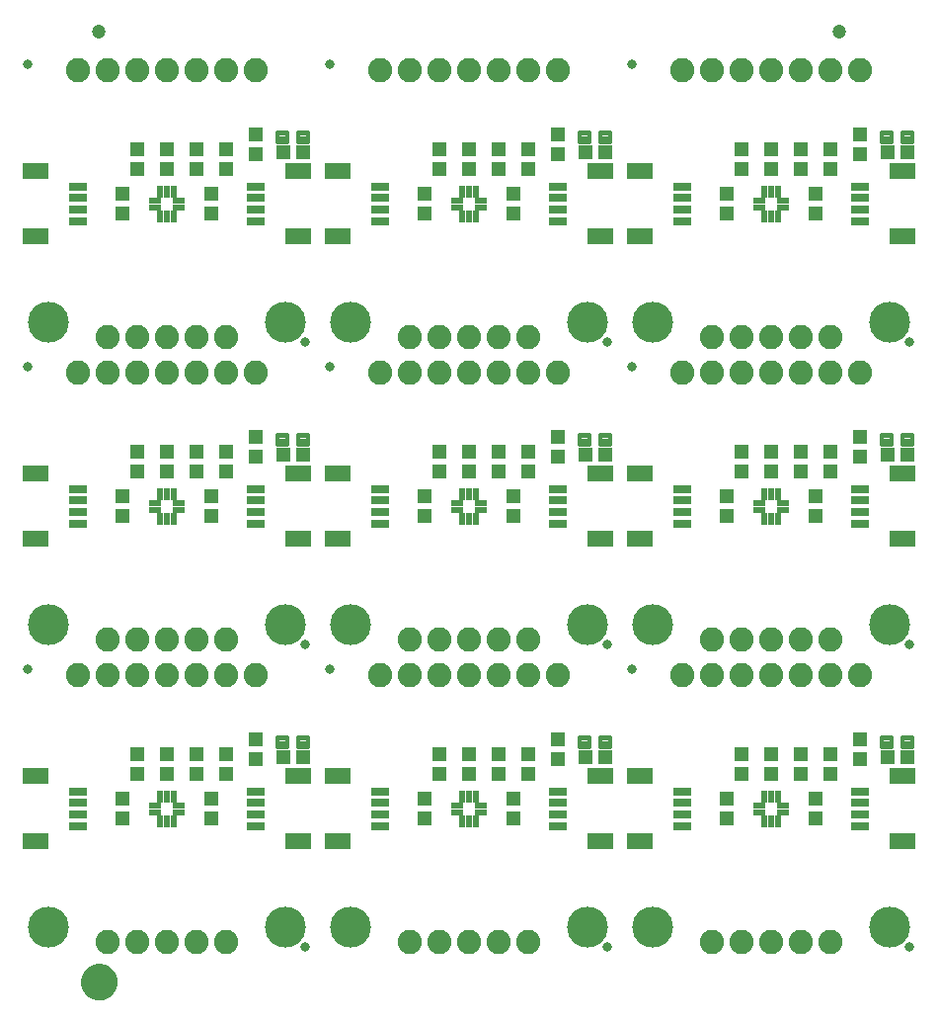
<source format=gts>
G75*
%MOIN*%
%OFA0B0*%
%FSLAX25Y25*%
%IPPOS*%
%LPD*%
%AMOC8*
5,1,8,0,0,1.08239X$1,22.5*
%
%ADD10C,0.13800*%
%ADD11C,0.03300*%
%ADD12R,0.04737X0.05131*%
%ADD13R,0.08674X0.05524*%
%ADD14R,0.06115X0.03162*%
%ADD15C,0.08200*%
%ADD16R,0.05131X0.04737*%
%ADD17C,0.01421*%
%ADD18R,0.03950X0.02178*%
%ADD19R,0.02178X0.03950*%
%ADD20C,0.04737*%
%ADD21C,0.05000*%
%ADD22C,0.06706*%
D10*
X0038750Y0038750D03*
X0118750Y0038750D03*
X0140750Y0038750D03*
X0220750Y0038750D03*
X0242750Y0038750D03*
X0322750Y0038750D03*
X0322750Y0140750D03*
X0242750Y0140750D03*
X0220750Y0140750D03*
X0140750Y0140750D03*
X0118750Y0140750D03*
X0038750Y0140750D03*
X0038750Y0242750D03*
X0118750Y0242750D03*
X0140750Y0242750D03*
X0220750Y0242750D03*
X0242750Y0242750D03*
X0322750Y0242750D03*
D11*
X0329250Y0236250D03*
X0235750Y0227750D03*
X0227250Y0236250D03*
X0133750Y0227750D03*
X0125250Y0236250D03*
X0031750Y0227750D03*
X0125250Y0134250D03*
X0133750Y0125750D03*
X0227250Y0134250D03*
X0235750Y0125750D03*
X0329250Y0134250D03*
X0329250Y0032250D03*
X0227250Y0032250D03*
X0125250Y0032250D03*
X0031750Y0125750D03*
X0031750Y0329750D03*
X0133750Y0329750D03*
X0235750Y0329750D03*
D12*
X0210750Y0306096D03*
X0210750Y0299404D03*
X0200750Y0301096D03*
X0200750Y0294404D03*
X0195750Y0286096D03*
X0195750Y0279404D03*
X0190750Y0294404D03*
X0190750Y0301096D03*
X0180750Y0301096D03*
X0180750Y0294404D03*
X0170750Y0294404D03*
X0170750Y0301096D03*
X0165750Y0286096D03*
X0165750Y0279404D03*
X0108750Y0299404D03*
X0108750Y0306096D03*
X0098750Y0301096D03*
X0098750Y0294404D03*
X0093750Y0286096D03*
X0093750Y0279404D03*
X0088750Y0294404D03*
X0088750Y0301096D03*
X0078750Y0301096D03*
X0078750Y0294404D03*
X0068750Y0294404D03*
X0068750Y0301096D03*
X0063750Y0286096D03*
X0063750Y0279404D03*
X0108750Y0204096D03*
X0108750Y0197404D03*
X0098750Y0199096D03*
X0098750Y0192404D03*
X0093750Y0184096D03*
X0093750Y0177404D03*
X0088750Y0192404D03*
X0088750Y0199096D03*
X0078750Y0199096D03*
X0078750Y0192404D03*
X0068750Y0192404D03*
X0068750Y0199096D03*
X0063750Y0184096D03*
X0063750Y0177404D03*
X0108750Y0102096D03*
X0108750Y0095404D03*
X0098750Y0097096D03*
X0098750Y0090404D03*
X0093750Y0082096D03*
X0093750Y0075404D03*
X0088750Y0090404D03*
X0088750Y0097096D03*
X0078750Y0097096D03*
X0078750Y0090404D03*
X0068750Y0090404D03*
X0068750Y0097096D03*
X0063750Y0082096D03*
X0063750Y0075404D03*
X0165750Y0075404D03*
X0165750Y0082096D03*
X0170750Y0090404D03*
X0170750Y0097096D03*
X0180750Y0097096D03*
X0180750Y0090404D03*
X0190750Y0090404D03*
X0190750Y0097096D03*
X0200750Y0097096D03*
X0200750Y0090404D03*
X0195750Y0082096D03*
X0195750Y0075404D03*
X0210750Y0095404D03*
X0210750Y0102096D03*
X0267750Y0082096D03*
X0267750Y0075404D03*
X0272750Y0090404D03*
X0272750Y0097096D03*
X0282750Y0097096D03*
X0282750Y0090404D03*
X0292750Y0090404D03*
X0292750Y0097096D03*
X0302750Y0097096D03*
X0302750Y0090404D03*
X0297750Y0082096D03*
X0297750Y0075404D03*
X0312750Y0095404D03*
X0312750Y0102096D03*
X0297750Y0177404D03*
X0297750Y0184096D03*
X0292750Y0192404D03*
X0292750Y0199096D03*
X0302750Y0199096D03*
X0302750Y0192404D03*
X0312750Y0197404D03*
X0312750Y0204096D03*
X0282750Y0199096D03*
X0282750Y0192404D03*
X0272750Y0192404D03*
X0272750Y0199096D03*
X0267750Y0184096D03*
X0267750Y0177404D03*
X0210750Y0197404D03*
X0210750Y0204096D03*
X0200750Y0199096D03*
X0200750Y0192404D03*
X0195750Y0184096D03*
X0195750Y0177404D03*
X0190750Y0192404D03*
X0190750Y0199096D03*
X0180750Y0199096D03*
X0180750Y0192404D03*
X0170750Y0192404D03*
X0170750Y0199096D03*
X0165750Y0184096D03*
X0165750Y0177404D03*
X0267750Y0279404D03*
X0267750Y0286096D03*
X0272750Y0294404D03*
X0272750Y0301096D03*
X0282750Y0301096D03*
X0282750Y0294404D03*
X0292750Y0294404D03*
X0292750Y0301096D03*
X0302750Y0301096D03*
X0302750Y0294404D03*
X0297750Y0286096D03*
X0297750Y0279404D03*
X0312750Y0299404D03*
X0312750Y0306096D03*
D13*
X0327219Y0293774D03*
X0327219Y0271726D03*
X0327219Y0191774D03*
X0327219Y0169726D03*
X0327219Y0089774D03*
X0327219Y0067726D03*
X0238281Y0067726D03*
X0225219Y0067726D03*
X0225219Y0089774D03*
X0238281Y0089774D03*
X0238281Y0169726D03*
X0225219Y0169726D03*
X0225219Y0191774D03*
X0238281Y0191774D03*
X0238281Y0271726D03*
X0225219Y0271726D03*
X0225219Y0293774D03*
X0238281Y0293774D03*
X0136281Y0293774D03*
X0123219Y0293774D03*
X0123219Y0271726D03*
X0136281Y0271726D03*
X0136281Y0191774D03*
X0123219Y0191774D03*
X0123219Y0169726D03*
X0136281Y0169726D03*
X0136281Y0089774D03*
X0123219Y0089774D03*
X0123219Y0067726D03*
X0136281Y0067726D03*
X0034281Y0067726D03*
X0034281Y0089774D03*
X0034281Y0169726D03*
X0034281Y0191774D03*
X0034281Y0271726D03*
X0034281Y0293774D03*
D14*
X0048750Y0288656D03*
X0048750Y0284719D03*
X0048750Y0280781D03*
X0048750Y0276844D03*
X0108750Y0276844D03*
X0108750Y0280781D03*
X0108750Y0284719D03*
X0108750Y0288656D03*
X0150750Y0288656D03*
X0150750Y0284719D03*
X0150750Y0280781D03*
X0150750Y0276844D03*
X0210750Y0276844D03*
X0210750Y0280781D03*
X0210750Y0284719D03*
X0210750Y0288656D03*
X0252750Y0288656D03*
X0252750Y0284719D03*
X0252750Y0280781D03*
X0252750Y0276844D03*
X0312750Y0276844D03*
X0312750Y0280781D03*
X0312750Y0284719D03*
X0312750Y0288656D03*
X0312750Y0186656D03*
X0312750Y0182719D03*
X0312750Y0178781D03*
X0312750Y0174844D03*
X0252750Y0174844D03*
X0252750Y0178781D03*
X0252750Y0182719D03*
X0252750Y0186656D03*
X0210750Y0186656D03*
X0210750Y0182719D03*
X0210750Y0178781D03*
X0210750Y0174844D03*
X0150750Y0174844D03*
X0150750Y0178781D03*
X0150750Y0182719D03*
X0150750Y0186656D03*
X0108750Y0186656D03*
X0108750Y0182719D03*
X0108750Y0178781D03*
X0108750Y0174844D03*
X0048750Y0174844D03*
X0048750Y0178781D03*
X0048750Y0182719D03*
X0048750Y0186656D03*
X0048750Y0084656D03*
X0048750Y0080719D03*
X0048750Y0076781D03*
X0048750Y0072844D03*
X0108750Y0072844D03*
X0108750Y0076781D03*
X0108750Y0080719D03*
X0108750Y0084656D03*
X0150750Y0084656D03*
X0150750Y0080719D03*
X0150750Y0076781D03*
X0150750Y0072844D03*
X0210750Y0072844D03*
X0210750Y0076781D03*
X0210750Y0080719D03*
X0210750Y0084656D03*
X0252750Y0084656D03*
X0252750Y0080719D03*
X0252750Y0076781D03*
X0252750Y0072844D03*
X0312750Y0072844D03*
X0312750Y0076781D03*
X0312750Y0080719D03*
X0312750Y0084656D03*
D15*
X0312750Y0123750D03*
X0302750Y0123750D03*
X0292750Y0123750D03*
X0282750Y0123750D03*
X0272750Y0123750D03*
X0262750Y0123750D03*
X0252750Y0123750D03*
X0262750Y0135750D03*
X0272750Y0135750D03*
X0282750Y0135750D03*
X0292750Y0135750D03*
X0302750Y0135750D03*
X0210750Y0123750D03*
X0200750Y0123750D03*
X0190750Y0123750D03*
X0180750Y0123750D03*
X0170750Y0123750D03*
X0160750Y0123750D03*
X0150750Y0123750D03*
X0160750Y0135750D03*
X0170750Y0135750D03*
X0180750Y0135750D03*
X0190750Y0135750D03*
X0200750Y0135750D03*
X0108750Y0123750D03*
X0098750Y0123750D03*
X0088750Y0123750D03*
X0078750Y0123750D03*
X0068750Y0123750D03*
X0058750Y0123750D03*
X0048750Y0123750D03*
X0058750Y0135750D03*
X0068750Y0135750D03*
X0078750Y0135750D03*
X0088750Y0135750D03*
X0098750Y0135750D03*
X0098750Y0225750D03*
X0088750Y0225750D03*
X0078750Y0225750D03*
X0068750Y0225750D03*
X0058750Y0225750D03*
X0048750Y0225750D03*
X0058750Y0237750D03*
X0068750Y0237750D03*
X0078750Y0237750D03*
X0088750Y0237750D03*
X0098750Y0237750D03*
X0108750Y0225750D03*
X0150750Y0225750D03*
X0160750Y0225750D03*
X0170750Y0225750D03*
X0180750Y0225750D03*
X0190750Y0225750D03*
X0200750Y0225750D03*
X0210750Y0225750D03*
X0200750Y0237750D03*
X0190750Y0237750D03*
X0180750Y0237750D03*
X0170750Y0237750D03*
X0160750Y0237750D03*
X0252750Y0225750D03*
X0262750Y0225750D03*
X0272750Y0225750D03*
X0282750Y0225750D03*
X0292750Y0225750D03*
X0302750Y0225750D03*
X0312750Y0225750D03*
X0302750Y0237750D03*
X0292750Y0237750D03*
X0282750Y0237750D03*
X0272750Y0237750D03*
X0262750Y0237750D03*
X0262750Y0327750D03*
X0272750Y0327750D03*
X0282750Y0327750D03*
X0292750Y0327750D03*
X0302750Y0327750D03*
X0312750Y0327750D03*
X0252750Y0327750D03*
X0210750Y0327750D03*
X0200750Y0327750D03*
X0190750Y0327750D03*
X0180750Y0327750D03*
X0170750Y0327750D03*
X0160750Y0327750D03*
X0150750Y0327750D03*
X0108750Y0327750D03*
X0098750Y0327750D03*
X0088750Y0327750D03*
X0078750Y0327750D03*
X0068750Y0327750D03*
X0058750Y0327750D03*
X0048750Y0327750D03*
X0058750Y0033750D03*
X0068750Y0033750D03*
X0078750Y0033750D03*
X0088750Y0033750D03*
X0098750Y0033750D03*
X0160750Y0033750D03*
X0170750Y0033750D03*
X0180750Y0033750D03*
X0190750Y0033750D03*
X0200750Y0033750D03*
X0262750Y0033750D03*
X0272750Y0033750D03*
X0282750Y0033750D03*
X0292750Y0033750D03*
X0302750Y0033750D03*
D16*
X0321904Y0096250D03*
X0328596Y0096250D03*
X0226596Y0096250D03*
X0219904Y0096250D03*
X0124596Y0096250D03*
X0117904Y0096250D03*
X0117904Y0198250D03*
X0124596Y0198250D03*
X0219904Y0198250D03*
X0226596Y0198250D03*
X0321904Y0198250D03*
X0328596Y0198250D03*
X0328596Y0300250D03*
X0321904Y0300250D03*
X0226596Y0300250D03*
X0219904Y0300250D03*
X0124596Y0300250D03*
X0117904Y0300250D03*
D17*
X0119455Y0303592D02*
X0119455Y0306908D01*
X0119455Y0303592D02*
X0116139Y0303592D01*
X0116139Y0306908D01*
X0119455Y0306908D01*
X0119455Y0305012D02*
X0116139Y0305012D01*
X0116139Y0306432D02*
X0119455Y0306432D01*
X0126361Y0306908D02*
X0126361Y0303592D01*
X0123045Y0303592D01*
X0123045Y0306908D01*
X0126361Y0306908D01*
X0126361Y0305012D02*
X0123045Y0305012D01*
X0123045Y0306432D02*
X0126361Y0306432D01*
X0221455Y0306908D02*
X0221455Y0303592D01*
X0218139Y0303592D01*
X0218139Y0306908D01*
X0221455Y0306908D01*
X0221455Y0305012D02*
X0218139Y0305012D01*
X0218139Y0306432D02*
X0221455Y0306432D01*
X0228361Y0306908D02*
X0228361Y0303592D01*
X0225045Y0303592D01*
X0225045Y0306908D01*
X0228361Y0306908D01*
X0228361Y0305012D02*
X0225045Y0305012D01*
X0225045Y0306432D02*
X0228361Y0306432D01*
X0323455Y0306908D02*
X0323455Y0303592D01*
X0320139Y0303592D01*
X0320139Y0306908D01*
X0323455Y0306908D01*
X0323455Y0305012D02*
X0320139Y0305012D01*
X0320139Y0306432D02*
X0323455Y0306432D01*
X0330361Y0306908D02*
X0330361Y0303592D01*
X0327045Y0303592D01*
X0327045Y0306908D01*
X0330361Y0306908D01*
X0330361Y0305012D02*
X0327045Y0305012D01*
X0327045Y0306432D02*
X0330361Y0306432D01*
X0330361Y0204908D02*
X0330361Y0201592D01*
X0327045Y0201592D01*
X0327045Y0204908D01*
X0330361Y0204908D01*
X0330361Y0203012D02*
X0327045Y0203012D01*
X0327045Y0204432D02*
X0330361Y0204432D01*
X0323455Y0204908D02*
X0323455Y0201592D01*
X0320139Y0201592D01*
X0320139Y0204908D01*
X0323455Y0204908D01*
X0323455Y0203012D02*
X0320139Y0203012D01*
X0320139Y0204432D02*
X0323455Y0204432D01*
X0228361Y0204908D02*
X0228361Y0201592D01*
X0225045Y0201592D01*
X0225045Y0204908D01*
X0228361Y0204908D01*
X0228361Y0203012D02*
X0225045Y0203012D01*
X0225045Y0204432D02*
X0228361Y0204432D01*
X0221455Y0204908D02*
X0221455Y0201592D01*
X0218139Y0201592D01*
X0218139Y0204908D01*
X0221455Y0204908D01*
X0221455Y0203012D02*
X0218139Y0203012D01*
X0218139Y0204432D02*
X0221455Y0204432D01*
X0126361Y0204908D02*
X0126361Y0201592D01*
X0123045Y0201592D01*
X0123045Y0204908D01*
X0126361Y0204908D01*
X0126361Y0203012D02*
X0123045Y0203012D01*
X0123045Y0204432D02*
X0126361Y0204432D01*
X0119455Y0204908D02*
X0119455Y0201592D01*
X0116139Y0201592D01*
X0116139Y0204908D01*
X0119455Y0204908D01*
X0119455Y0203012D02*
X0116139Y0203012D01*
X0116139Y0204432D02*
X0119455Y0204432D01*
X0119455Y0102908D02*
X0119455Y0099592D01*
X0116139Y0099592D01*
X0116139Y0102908D01*
X0119455Y0102908D01*
X0119455Y0101012D02*
X0116139Y0101012D01*
X0116139Y0102432D02*
X0119455Y0102432D01*
X0126361Y0102908D02*
X0126361Y0099592D01*
X0123045Y0099592D01*
X0123045Y0102908D01*
X0126361Y0102908D01*
X0126361Y0101012D02*
X0123045Y0101012D01*
X0123045Y0102432D02*
X0126361Y0102432D01*
X0221455Y0102908D02*
X0221455Y0099592D01*
X0218139Y0099592D01*
X0218139Y0102908D01*
X0221455Y0102908D01*
X0221455Y0101012D02*
X0218139Y0101012D01*
X0218139Y0102432D02*
X0221455Y0102432D01*
X0228361Y0102908D02*
X0228361Y0099592D01*
X0225045Y0099592D01*
X0225045Y0102908D01*
X0228361Y0102908D01*
X0228361Y0101012D02*
X0225045Y0101012D01*
X0225045Y0102432D02*
X0228361Y0102432D01*
X0323455Y0102908D02*
X0323455Y0099592D01*
X0320139Y0099592D01*
X0320139Y0102908D01*
X0323455Y0102908D01*
X0323455Y0101012D02*
X0320139Y0101012D01*
X0320139Y0102432D02*
X0323455Y0102432D01*
X0330361Y0102908D02*
X0330361Y0099592D01*
X0327045Y0099592D01*
X0327045Y0102908D01*
X0330361Y0102908D01*
X0330361Y0101012D02*
X0327045Y0101012D01*
X0327045Y0102432D02*
X0330361Y0102432D01*
D18*
X0286884Y0079931D03*
X0286884Y0077569D03*
X0278616Y0077569D03*
X0278616Y0079931D03*
X0184884Y0079931D03*
X0184884Y0077569D03*
X0176616Y0077569D03*
X0176616Y0079931D03*
X0082884Y0079931D03*
X0082884Y0077569D03*
X0074616Y0077569D03*
X0074616Y0079931D03*
X0074616Y0179569D03*
X0074616Y0181931D03*
X0082884Y0181931D03*
X0082884Y0179569D03*
X0176616Y0179569D03*
X0176616Y0181931D03*
X0184884Y0181931D03*
X0184884Y0179569D03*
X0278616Y0179569D03*
X0278616Y0181931D03*
X0286884Y0181931D03*
X0286884Y0179569D03*
X0286884Y0281569D03*
X0286884Y0283931D03*
X0278616Y0283931D03*
X0278616Y0281569D03*
X0184884Y0281569D03*
X0184884Y0283931D03*
X0176616Y0283931D03*
X0176616Y0281569D03*
X0082884Y0281569D03*
X0082884Y0283931D03*
X0074616Y0283931D03*
X0074616Y0281569D03*
D19*
X0076388Y0278616D03*
X0078750Y0278616D03*
X0081112Y0278616D03*
X0081112Y0286884D03*
X0078750Y0286884D03*
X0076388Y0286884D03*
X0178388Y0286884D03*
X0180750Y0286884D03*
X0183112Y0286884D03*
X0183112Y0278616D03*
X0180750Y0278616D03*
X0178388Y0278616D03*
X0178388Y0184884D03*
X0180750Y0184884D03*
X0183112Y0184884D03*
X0183112Y0176616D03*
X0180750Y0176616D03*
X0178388Y0176616D03*
X0081112Y0176616D03*
X0078750Y0176616D03*
X0076388Y0176616D03*
X0076388Y0184884D03*
X0078750Y0184884D03*
X0081112Y0184884D03*
X0081112Y0082884D03*
X0078750Y0082884D03*
X0076388Y0082884D03*
X0076388Y0074616D03*
X0078750Y0074616D03*
X0081112Y0074616D03*
X0178388Y0074616D03*
X0180750Y0074616D03*
X0183112Y0074616D03*
X0183112Y0082884D03*
X0180750Y0082884D03*
X0178388Y0082884D03*
X0280388Y0082884D03*
X0282750Y0082884D03*
X0285112Y0082884D03*
X0285112Y0074616D03*
X0282750Y0074616D03*
X0280388Y0074616D03*
X0280388Y0176616D03*
X0282750Y0176616D03*
X0285112Y0176616D03*
X0285112Y0184884D03*
X0282750Y0184884D03*
X0280388Y0184884D03*
X0280388Y0278616D03*
X0282750Y0278616D03*
X0285112Y0278616D03*
X0285112Y0286884D03*
X0282750Y0286884D03*
X0280388Y0286884D03*
D20*
X0305750Y0341000D03*
X0055750Y0341000D03*
D21*
X0052185Y0020500D02*
X0052187Y0020619D01*
X0052193Y0020738D01*
X0052203Y0020857D01*
X0052217Y0020975D01*
X0052235Y0021093D01*
X0052256Y0021210D01*
X0052282Y0021326D01*
X0052312Y0021442D01*
X0052345Y0021556D01*
X0052382Y0021669D01*
X0052423Y0021781D01*
X0052468Y0021892D01*
X0052516Y0022001D01*
X0052568Y0022108D01*
X0052624Y0022213D01*
X0052683Y0022317D01*
X0052745Y0022418D01*
X0052811Y0022518D01*
X0052880Y0022615D01*
X0052952Y0022709D01*
X0053028Y0022802D01*
X0053106Y0022891D01*
X0053187Y0022978D01*
X0053272Y0023063D01*
X0053359Y0023144D01*
X0053448Y0023222D01*
X0053541Y0023298D01*
X0053635Y0023370D01*
X0053732Y0023439D01*
X0053832Y0023505D01*
X0053933Y0023567D01*
X0054037Y0023626D01*
X0054142Y0023682D01*
X0054249Y0023734D01*
X0054358Y0023782D01*
X0054469Y0023827D01*
X0054581Y0023868D01*
X0054694Y0023905D01*
X0054808Y0023938D01*
X0054924Y0023968D01*
X0055040Y0023994D01*
X0055157Y0024015D01*
X0055275Y0024033D01*
X0055393Y0024047D01*
X0055512Y0024057D01*
X0055631Y0024063D01*
X0055750Y0024065D01*
X0055869Y0024063D01*
X0055988Y0024057D01*
X0056107Y0024047D01*
X0056225Y0024033D01*
X0056343Y0024015D01*
X0056460Y0023994D01*
X0056576Y0023968D01*
X0056692Y0023938D01*
X0056806Y0023905D01*
X0056919Y0023868D01*
X0057031Y0023827D01*
X0057142Y0023782D01*
X0057251Y0023734D01*
X0057358Y0023682D01*
X0057463Y0023626D01*
X0057567Y0023567D01*
X0057668Y0023505D01*
X0057768Y0023439D01*
X0057865Y0023370D01*
X0057959Y0023298D01*
X0058052Y0023222D01*
X0058141Y0023144D01*
X0058228Y0023063D01*
X0058313Y0022978D01*
X0058394Y0022891D01*
X0058472Y0022802D01*
X0058548Y0022709D01*
X0058620Y0022615D01*
X0058689Y0022518D01*
X0058755Y0022418D01*
X0058817Y0022317D01*
X0058876Y0022213D01*
X0058932Y0022108D01*
X0058984Y0022001D01*
X0059032Y0021892D01*
X0059077Y0021781D01*
X0059118Y0021669D01*
X0059155Y0021556D01*
X0059188Y0021442D01*
X0059218Y0021326D01*
X0059244Y0021210D01*
X0059265Y0021093D01*
X0059283Y0020975D01*
X0059297Y0020857D01*
X0059307Y0020738D01*
X0059313Y0020619D01*
X0059315Y0020500D01*
X0059313Y0020381D01*
X0059307Y0020262D01*
X0059297Y0020143D01*
X0059283Y0020025D01*
X0059265Y0019907D01*
X0059244Y0019790D01*
X0059218Y0019674D01*
X0059188Y0019558D01*
X0059155Y0019444D01*
X0059118Y0019331D01*
X0059077Y0019219D01*
X0059032Y0019108D01*
X0058984Y0018999D01*
X0058932Y0018892D01*
X0058876Y0018787D01*
X0058817Y0018683D01*
X0058755Y0018582D01*
X0058689Y0018482D01*
X0058620Y0018385D01*
X0058548Y0018291D01*
X0058472Y0018198D01*
X0058394Y0018109D01*
X0058313Y0018022D01*
X0058228Y0017937D01*
X0058141Y0017856D01*
X0058052Y0017778D01*
X0057959Y0017702D01*
X0057865Y0017630D01*
X0057768Y0017561D01*
X0057668Y0017495D01*
X0057567Y0017433D01*
X0057463Y0017374D01*
X0057358Y0017318D01*
X0057251Y0017266D01*
X0057142Y0017218D01*
X0057031Y0017173D01*
X0056919Y0017132D01*
X0056806Y0017095D01*
X0056692Y0017062D01*
X0056576Y0017032D01*
X0056460Y0017006D01*
X0056343Y0016985D01*
X0056225Y0016967D01*
X0056107Y0016953D01*
X0055988Y0016943D01*
X0055869Y0016937D01*
X0055750Y0016935D01*
X0055631Y0016937D01*
X0055512Y0016943D01*
X0055393Y0016953D01*
X0055275Y0016967D01*
X0055157Y0016985D01*
X0055040Y0017006D01*
X0054924Y0017032D01*
X0054808Y0017062D01*
X0054694Y0017095D01*
X0054581Y0017132D01*
X0054469Y0017173D01*
X0054358Y0017218D01*
X0054249Y0017266D01*
X0054142Y0017318D01*
X0054037Y0017374D01*
X0053933Y0017433D01*
X0053832Y0017495D01*
X0053732Y0017561D01*
X0053635Y0017630D01*
X0053541Y0017702D01*
X0053448Y0017778D01*
X0053359Y0017856D01*
X0053272Y0017937D01*
X0053187Y0018022D01*
X0053106Y0018109D01*
X0053028Y0018198D01*
X0052952Y0018291D01*
X0052880Y0018385D01*
X0052811Y0018482D01*
X0052745Y0018582D01*
X0052683Y0018683D01*
X0052624Y0018787D01*
X0052568Y0018892D01*
X0052516Y0018999D01*
X0052468Y0019108D01*
X0052423Y0019219D01*
X0052382Y0019331D01*
X0052345Y0019444D01*
X0052312Y0019558D01*
X0052282Y0019674D01*
X0052256Y0019790D01*
X0052235Y0019907D01*
X0052217Y0020025D01*
X0052203Y0020143D01*
X0052193Y0020262D01*
X0052187Y0020381D01*
X0052185Y0020500D01*
D22*
X0055750Y0020500D03*
M02*

</source>
